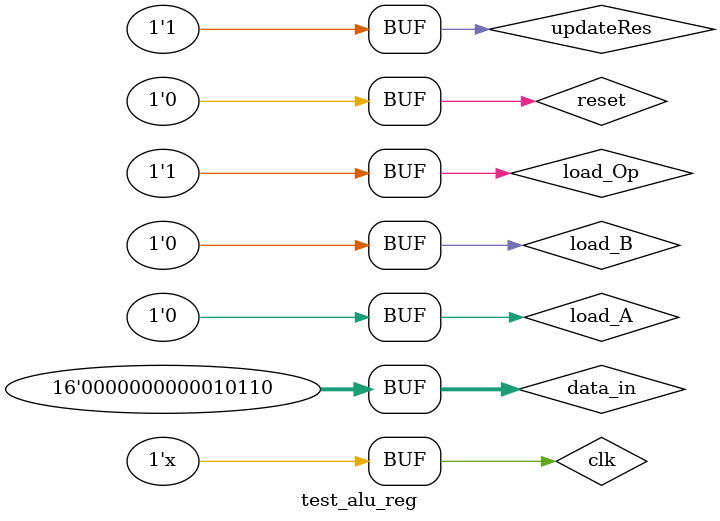
<source format=sv>
`timescale 1ns / 1ps
module test_alu_reg();
    logic [15:0] data_in;
    logic load_A, load_B, load_Op, clk,reset,updateRes;
    logic [6:0]Segments;
    logic [7:0]Anodes;
    logic [4:0]LEDs;
    
    alu_reg #(.N(16)) DUT (.data_in(data_in),
                           .load_A(load_A),
                           .load_B(load_B),
                           .load_Op(load_Op),
                           .clk(clk),
                           .reset(reset),
                           .updateRes(updateRes),
                           .Segments(Segments),
                           .Anodes(Anodes),
                           .LEDs(LEDs));
                           
    always #10 clk = ~clk;
   
    
    initial begin 
    data_in = 16'h20;
    clk = 0 ;
    reset = 1;
    load_A = 0;
    load_B = 0;
    load_Op= 1;
    updateRes = 1;
    

    
    #30 reset = 0;


    #20 data_in = 16'h17;
        load_A = 1;
        
    #10 load_A = 0;
        
    #30 data_in = 16'h25;
        load_B = 1;
        
    #10 load_B = 0;
    
    #30 load_A = 1;
        data_in = 16'h39;
  
    #10 load_A = 0;
       
    #30 load_B = 1;
        data_in = 16'h40;
        
    #10 load_B = 0;
    
    #30  load_A = 1;
         data_in = 16'h87;
         
    #10 load_A = 0;
    
    #30 data_in = 16'h95;
        load_B = 1;
        
    #10 load_B = 0;
    
    #30 load_A = 1;
        data_in = 16'h3;
  
    #10 load_A = 0;
       
    #30 load_B = 1;
        data_in = 16'h32;
        
    #10 load_B = 0;
    
    #30  load_A = 1;
         data_in = 16'h16;
         
    #10 load_A = 0;

   
    end   
endmodule

</source>
